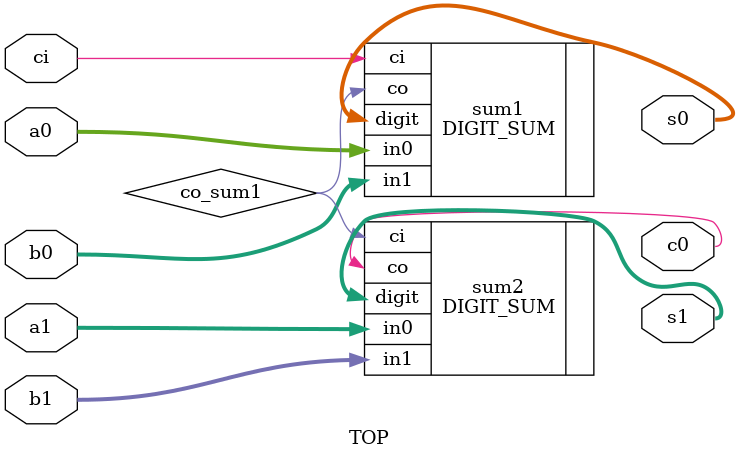
<source format=v>
`timescale 1ns / 1ps


module TOP(

    input [3:0] a0,
    input [3:0] a1,
    input [3:0] b0,
    input [3:0] b1,
    input ci,
    output [3:0] s0,
    output [3:0] s1,
    output c0
    

    );
    
    wire co_sum1;
    
    DIGIT_SUM sum1(

    .in0(a0),
    .in1(b0),
    .ci(ci),
    .digit(s0),
    .co(co_sum1)

    );
    
    DIGIT_SUM sum2(

    .in0(a1),
    .in1(b1),
    .ci(co_sum1),
    .digit(s1),
    .co(c0)

    );
    
endmodule

</source>
